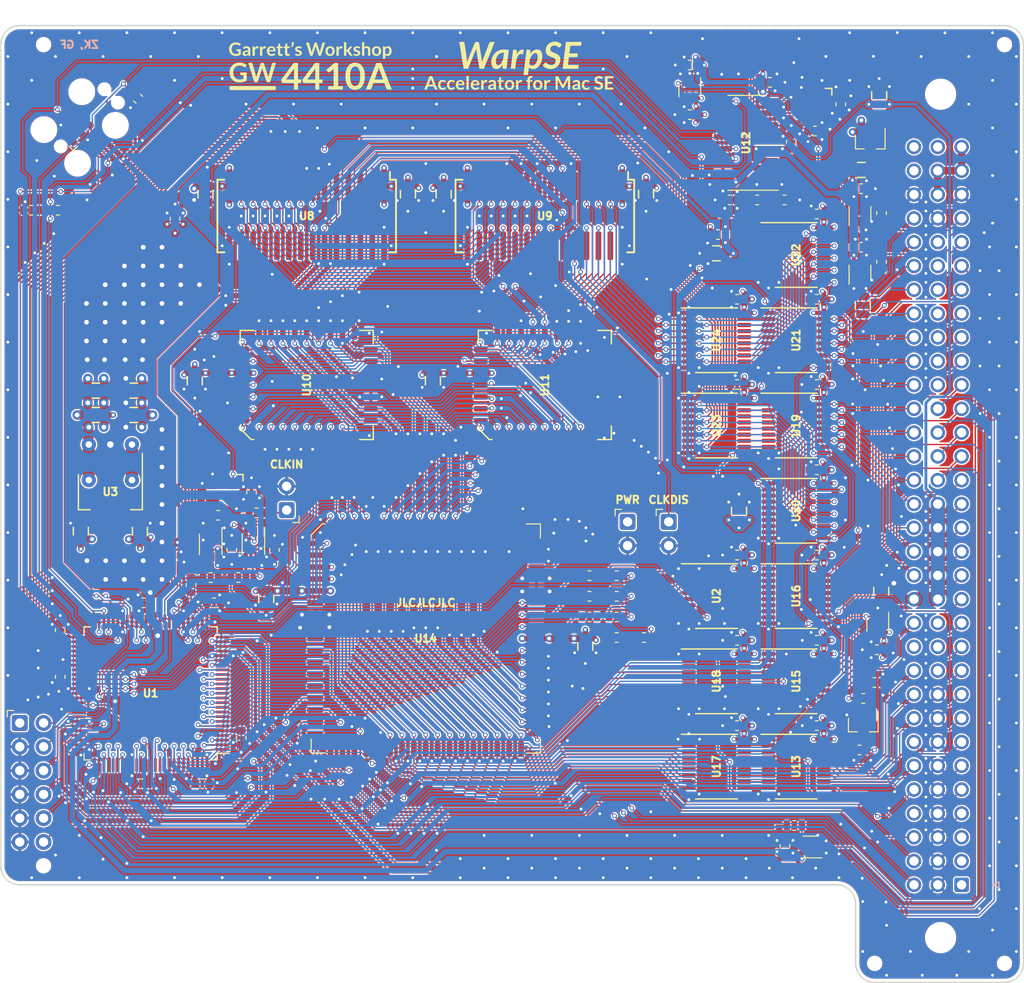
<source format=kicad_pcb>
(kicad_pcb
	(version 20240108)
	(generator "pcbnew")
	(generator_version "8.0")
	(general
		(thickness 1.6108)
		(legacy_teardrops no)
	)
	(paper "A4")
	(title_block
		(title "WarpSE (GW4410A)")
		(date "2024-04-23")
		(rev "1.0")
		(company "Garrett's Workshop")
	)
	(layers
		(0 "F.Cu" signal)
		(1 "In1.Cu" power)
		(2 "In2.Cu" power)
		(31 "B.Cu" signal)
		(32 "B.Adhes" user "B.Adhesive")
		(33 "F.Adhes" user "F.Adhesive")
		(34 "B.Paste" user)
		(35 "F.Paste" user)
		(36 "B.SilkS" user "B.Silkscreen")
		(37 "F.SilkS" user "F.Silkscreen")
		(38 "B.Mask" user)
		(39 "F.Mask" user)
		(40 "Dwgs.User" user "User.Drawings")
		(41 "Cmts.User" user "User.Comments")
		(42 "Eco1.User" user "User.Eco1")
		(43 "Eco2.User" user "User.Eco2")
		(44 "Edge.Cuts" user)
		(45 "Margin" user)
		(46 "B.CrtYd" user "B.Courtyard")
		(47 "F.CrtYd" user "F.Courtyard")
		(48 "B.Fab" user)
		(49 "F.Fab" user)
	)
	(setup
		(stackup
			(layer "F.SilkS"
				(type "Top Silk Screen")
			)
			(layer "F.Paste"
				(type "Top Solder Paste")
			)
			(layer "F.Mask"
				(type "Top Solder Mask")
				(thickness 0.01)
			)
			(layer "F.Cu"
				(type "copper")
				(thickness 0.035)
			)
			(layer "dielectric 1"
				(type "core")
				(thickness 0.2104)
				(material "FR4")
				(epsilon_r 4.6)
				(loss_tangent 0.02)
			)
			(layer "In1.Cu"
				(type "copper")
				(thickness 0.0175)
			)
			(layer "dielectric 2"
				(type "prepreg")
				(thickness 1.065)
				(material "FR4")
				(epsilon_r 4.5)
				(loss_tangent 0.02)
			)
			(layer "In2.Cu"
				(type "copper")
				(thickness 0.0175)
			)
			(layer "dielectric 3"
				(type "core")
				(thickness 0.2104)
				(material "FR4")
				(epsilon_r 4.6)
				(loss_tangent 0.02)
			)
			(layer "B.Cu"
				(type "copper")
				(thickness 0.035)
			)
			(layer "B.Mask"
				(type "Bottom Solder Mask")
				(thickness 0.01)
			)
			(layer "B.Paste"
				(type "Bottom Solder Paste")
			)
			(layer "B.SilkS"
				(type "Bottom Silk Screen")
			)
			(copper_finish "None")
			(dielectric_constraints no)
		)
		(pad_to_mask_clearance 0.0762)
		(solder_mask_min_width 0.127)
		(pad_to_paste_clearance -0.0381)
		(allow_soldermask_bridges_in_footprints no)
		(pcbplotparams
			(layerselection 0x00010fc_ffffffff)
			(plot_on_all_layers_selection 0x0000000_00000000)
			(disableapertmacros no)
			(usegerberextensions yes)
			(usegerberattributes no)
			(usegerberadvancedattributes no)
			(creategerberjobfile no)
			(dashed_line_dash_ratio 12.000000)
			(dashed_line_gap_ratio 3.000000)
			(svgprecision 6)
			(plotframeref no)
			(viasonmask no)
			(mode 1)
			(useauxorigin no)
			(hpglpennumber 1)
			(hpglpenspeed 20)
			(hpglpendiameter 15.000000)
			(pdf_front_fp_property_popups yes)
			(pdf_back_fp_property_popups yes)
			(dxfpolygonmode yes)
			(dxfimperialunits yes)
			(dxfusepcbnewfont yes)
			(psnegative no)
			(psa4output no)
			(plotreference yes)
			(plotvalue yes)
			(plotfptext yes)
			(plotinvisibletext no)
			(sketchpadsonfab no)
			(subtractmaskfromsilk yes)
			(outputformat 1)
			(mirror no)
			(drillshape 0)
			(scaleselection 1)
			(outputdirectory "gerber/")
		)
	)
	(net 0 "")
	(net 1 "GND")
	(net 2 "+5V")
	(net 3 "+3V3")
	(net 4 "-5V")
	(net 5 "+12V")
	(net 6 "-12V")
	(net 7 "USB5V")
	(net 8 "Net-(U12-XO)")
	(net 9 "Net-(U12-XI)")
	(net 10 "/Buf/MacA1")
	(net 11 "/Buf/MacA2")
	(net 12 "/Buf/MacA3")
	(net 13 "/Buf/MacA4")
	(net 14 "/Buf/MacA5")
	(net 15 "/Buf/MacA6")
	(net 16 "/Buf/MacA7")
	(net 17 "/Buf/MacA8")
	(net 18 "/Buf/MacA9")
	(net 19 "/Buf/MacA10")
	(net 20 "/Buf/MacA11")
	(net 21 "/Buf/MacA12")
	(net 22 "/Buf/MacA13")
	(net 23 "/Buf/MacA14")
	(net 24 "/Control/~{RESET}")
	(net 25 "/Buf/MacA15")
	(net 26 "/Control/Mac~{AS}")
	(net 27 "/Control/Mac~{UDS}")
	(net 28 "/Control/Mac~{LDS}")
	(net 29 "/Buf/Mac~{R}W")
	(net 30 "/Control/Mac~{DTACK}")
	(net 31 "/Buf/MacA16")
	(net 32 "/Control/Mac~{VMA}")
	(net 33 "/Control/Mac~{VPA}")
	(net 34 "/Buf/MacA17")
	(net 35 "/Buf/MacA18")
	(net 36 "/Buf/MacA19")
	(net 37 "/Buf/MacA20")
	(net 38 "/Buf/MacA21")
	(net 39 "/Buf/MacA22")
	(net 40 "/Buf/MacA23")
	(net 41 "/Control/Mac~{BERR}")
	(net 42 "/Control/~{IPL}2")
	(net 43 "/MC68k/~{IPL}1")
	(net 44 "/MC68k/~{IPL}0")
	(net 45 "unconnected-(J1A-FC2-PadA1)")
	(net 46 "unconnected-(J1A-FC1-PadA2)")
	(net 47 "unconnected-(J1A-FC0-PadA3)")
	(net 48 "unconnected-(J1B-NC-PadB10)")
	(net 49 "unconnected-(J1B-NC-PadB11)")
	(net 50 "unconnected-(J1B-~{HALT}-PadB12)")
	(net 51 "unconnected-(J1B-NC-PadB22)")
	(net 52 "unconnected-(J1B-NC-PadB23)")
	(net 53 "unconnected-(J1B-NC-PadB24)")
	(net 54 "unconnected-(J1B-NC-PadB25)")
	(net 55 "/Control/Mac~{BR}")
	(net 56 "unconnected-(J1B-NC-PadB26)")
	(net 57 "/Buf/MacD0")
	(net 58 "/Buf/MacD1")
	(net 59 "/Buf/MacD2")
	(net 60 "/Buf/MacD3")
	(net 61 "/Buf/MacD4")
	(net 62 "/Buf/MacD5")
	(net 63 "/Buf/MacD6")
	(net 64 "/Buf/MacD7")
	(net 65 "/Buf/MacD8")
	(net 66 "/Buf/MacD9")
	(net 67 "/Buf/MacD10")
	(net 68 "/Buf/MacD11")
	(net 69 "/Buf/MacD12")
	(net 70 "/Buf/MacD13")
	(net 71 "/Buf/MacD14")
	(net 72 "/Buf/MacD15")
	(net 73 "unconnected-(J1B-NC-PadB27)")
	(net 74 "/Control/TMS")
	(net 75 "/Control/TCK")
	(net 76 "unconnected-(J1B-~{EXT.DTK}-PadB28)")
	(net 77 "/Control/TDI")
	(net 78 "unconnected-(J1C-~{BGACK}-PadC4)")
	(net 79 "unconnected-(J1C-~{PMCYC}-PadC11)")
	(net 80 "unconnected-(J1C-NC-PadC31)")
	(net 81 "/Control/TDO")
	(net 82 "unconnected-(J2-Pin_6-Pad6)")
	(net 83 "unconnected-(J2-Pin_7-Pad7)")
	(net 84 "unconnected-(J2-Pin_8-Pad8)")
	(net 85 "/Buf/Aout23")
	(net 86 "Net-(J3-D-)")
	(net 87 "Net-(J3-D+)")
	(net 88 "/Clk.sch/MCLK")
	(net 89 "/Control/Acc~{VPA}")
	(net 90 "/Control/Acc~{BERR}")
	(net 91 "/Buf/Din~{OE}")
	(net 92 "/Buf/Dout~{OE}")
	(net 93 "/Buf/Aout~{OE}")
	(net 94 "/Buf/DinLE")
	(net 95 "/Buf/ADoutLE0")
	(net 96 "/Buf/ADoutLE1")
	(net 97 "/Buf/AccA5")
	(net 98 "/Buf/AccA6")
	(net 99 "/Buf/AccA7")
	(net 100 "/Buf/AccA8")
	(net 101 "/Buf/AccA9")
	(net 102 "/Control/U~{WE}")
	(net 103 "/Control/L~{WE}")
	(net 104 "/Control/~{RAS}")
	(net 105 "/Control/RA11")
	(net 106 "Net-(U6-Q)")
	(net 107 "/Buf/AccA10")
	(net 108 "/Control/RA9")
	(net 109 "/Control/RA10")
	(net 110 "/Control/RA8")
	(net 111 "/Control/RA0")
	(net 112 "/Control/RA7")
	(net 113 "/Control/RA1")
	(net 114 "/Buf/AccA11")
	(net 115 "/Control/RA6")
	(net 116 "/Control/RA2")
	(net 117 "/Control/RA5")
	(net 118 "/Control/RA3")
	(net 119 "/Control/RA4")
	(net 120 "/Buf/AccA12")
	(net 121 "/Control/~{OE}")
	(net 122 "/Control/~{CAS}")
	(net 123 "/Control/ROM~{OE}")
	(net 124 "/Control/ROM~{WE}")
	(net 125 "/Control/Acc~{UDS}")
	(net 126 "/Control/Acc~{AS}")
	(net 127 "/Control/Acc~{LDS}")
	(net 128 "/Buf/AccA13")
	(net 129 "/Control/Acc~{DTACK}")
	(net 130 "/Buf/AccA14")
	(net 131 "/Buf/AccA15")
	(net 132 "/Buf/AccA16")
	(net 133 "/Buf/AccA17")
	(net 134 "/Buf/AccA18")
	(net 135 "/Buf/AccA19")
	(net 136 "/Buf/AccA20")
	(net 137 "/Buf/AccA21")
	(net 138 "/Buf/AccA22")
	(net 139 "/Buf/AccA23")
	(net 140 "/Buf/G~{R}W")
	(net 141 "Net-(U7-Q)")
	(net 142 "/Clk.sch/FCLK")
	(net 143 "/Control/DBG5")
	(net 144 "Net-(U5-Output)")
	(net 145 "Net-(U6-CK)")
	(net 146 "/Control/Mac~{BG}")
	(net 147 "/Prog/TCKrc")
	(net 148 "/Control/DBG0")
	(net 149 "/Buf/AccD6")
	(net 150 "/Buf/AccD7")
	(net 151 "/Buf/AccD5")
	(net 152 "/Buf/AccD3")
	(net 153 "/Buf/AccD1")
	(net 154 "/Buf/AccD2")
	(net 155 "/Buf/AccD4")
	(net 156 "/Buf/AccD14")
	(net 157 "/Buf/AccD15")
	(net 158 "/Buf/AccD13")
	(net 159 "/Buf/AccD11")
	(net 160 "/Buf/AccD9")
	(net 161 "/Buf/AccD8")
	(net 162 "/Buf/AccD10")
	(net 163 "/Buf/AccD12")
	(net 164 "/Buf/AccA1")
	(net 165 "/Buf/AccA2")
	(net 166 "/Buf/AccA3")
	(net 167 "/Control/DBG1")
	(net 168 "/Control/DBG4")
	(net 169 "Net-(U16-D7)")
	(net 170 "Net-(U16-D6)")
	(net 171 "Net-(U16-D5)")
	(net 172 "/Buf/AccA4")
	(net 173 "Net-(U16-D4)")
	(net 174 "Net-(U16-D3)")
	(net 175 "Net-(U16-D2)")
	(net 176 "Net-(U16-D1)")
	(net 177 "Net-(U16-D0)")
	(net 178 "Net-(U6-D)")
	(net 179 "/Buf/AccD0")
	(net 180 "Net-(U13-D0)")
	(net 181 "Net-(U13-D1)")
	(net 182 "Net-(U13-D2)")
	(net 183 "Net-(U13-D3)")
	(net 184 "Net-(U13-D4)")
	(net 185 "Net-(U13-D5)")
	(net 186 "Net-(U13-D6)")
	(net 187 "Net-(U13-D7)")
	(net 188 "unconnected-(U14-BG-Pad11)")
	(net 189 "unconnected-(U14-NC-Pad18)")
	(net 190 "unconnected-(U14-VMA-Pad21)")
	(net 191 "unconnected-(U14-E-Pad22)")
	(net 192 "unconnected-(U14-FC2-Pad28)")
	(net 193 "unconnected-(U14-FC1-Pad29)")
	(net 194 "unconnected-(U14-FC0-Pad30)")
	(net 195 "unconnected-(U14-NC-Pad31)")
	(net 196 "Net-(U15-D0)")
	(net 197 "Net-(U15-D1)")
	(net 198 "Net-(U15-D2)")
	(net 199 "Net-(U15-D3)")
	(net 200 "Net-(U15-D4)")
	(net 201 "Net-(U15-D5)")
	(net 202 "Net-(U15-D6)")
	(net 203 "Net-(U15-D7)")
	(net 204 "Net-(U19-D0)")
	(net 205 "/Prog/UTCK")
	(net 206 "Net-(U19-D1)")
	(net 207 "/Buf/Aout22")
	(net 208 "Net-(U19-D2)")
	(net 209 "Net-(U19-D3)")
	(net 210 "Net-(U19-D4)")
	(net 211 "Net-(U19-D5)")
	(net 212 "Net-(U19-D6)")
	(net 213 "Net-(U19-D7)")
	(net 214 "Net-(U21-D0)")
	(net 215 "Net-(U21-D1)")
	(net 216 "Net-(U21-D2)")
	(net 217 "Net-(U21-D3)")
	(net 218 "Net-(U21-D4)")
	(net 219 "Net-(U21-D5)")
	(net 220 "Net-(U21-D6)")
	(net 221 "Net-(U21-D7)")
	(net 222 "/Clk.sch/MCKE")
	(net 223 "/Buf/GA23")
	(net 224 "/Buf/GA22")
	(net 225 "/ClkBuf/E")
	(net 226 "/ClkBuf/BE")
	(net 227 "/ClkBuf/C8M")
	(net 228 "/ClkBuf/BC8M")
	(net 229 "/ClkBuf/C16M")
	(net 230 "/ClkBuf/BC16M")
	(net 231 "Net-(U28-Y)")
	(net 232 "Net-(U27-Y)")
	(net 233 "Net-(U26-Y)")
	(net 234 "unconnected-(J3-ID-Pad4)")
	(net 235 "Net-(Q1-C)")
	(net 236 "Net-(Q1-B)")
	(net 237 "Net-(J5-Pin_1)")
	(net 238 "unconnected-(U6-~{Q}-Pad3)")
	(net 239 "/Clk.sch/CLKEN")
	(net 240 "+5Vin")
	(net 241 "unconnected-(U4-NC-Pad4)")
	(net 242 "unconnected-(U4-ST-Pad5)")
	(net 243 "unconnected-(U25-NC-Pad4)")
	(net 244 "unconnected-(U25-ST-Pad5)")
	(net 245 "/Control/AccR~{W}")
	(net 246 "/Buf/Aout21")
	(net 247 "/Buf/Aout20")
	(net 248 "/Buf/GA21")
	(net 249 "/Buf/GA20")
	(net 250 "Net-(Q2-B)")
	(footprint "stdpads:C_0805" (layer "F.Cu") (at 113.4 76.8))
	(footprint "stdpads:C_0805" (layer "F.Cu") (at 117.45 76.8))
	(footprint "stdpads:C_0805" (layer "F.Cu") (at 117.45 79.4))
	(footprint "stdpads:C_0805" (layer "F.Cu") (at 113.4 79.4))
	(footprint "stdpads:TQFP-100_14x14mm_P0.5mm" (layer "F.Cu") (at 119.25 109.1 90))
	(footprint "stdpads:SOJ-28_300mil" (layer "F.Cu") (at 161.29 58.166 -90))
	(footprint "stdpads:DIN41612_R_3x32_Male_Vertical_THT" (layer "F.Cu") (at 205.74 129.54 180))
	(footprint "stdpads:C_0603" (layer "F.Cu") (at 126 99.45))
	(footprint "stdpads:TSSOP-20_4.4x6.5mm_P0.65mm" (layer "F.Cu") (at 179.6 98.725 -90))
	(footprint "stdpads:C_0603" (layer "F.Cu") (at 181.8 94.35 180))
	(footprint "stdpads:C_0603" (layer "F.Cu") (at 190.3 57.95 180))
	(footprint "stdpads:C_0603" (layer "F.Cu") (at 190.3 94.35 180))
	(footprint "stdpads:C_0603" (layer "F.Cu") (at 190.3 85.25 180))
	(footprint "stdpads:C_0603" (layer "F.Cu") (at 181.8 112.55 180))
	(footprint "stdpads:C_0603" (layer "F.Cu") (at 190.3 112.55 180))
	(footprint "stdpads:C_0603" (layer "F.Cu") (at 190.3 67.05 180))
	(footprint "stdpads:C_0603" (layer "F.Cu") (at 181.8 67.05 180))
	(footprint "stdpads:C_0603" (layer "F.Cu") (at 181.8 76.15 180))
	(footprint "stdpads:C_0603" (layer "F.Cu") (at 181.8 103.45 180))
	(footprint "stdpads:C_0603" (layer "F.Cu") (at 190.3 103.45 180))
	(footprint "stdpads:C_0805" (layer "F.Cu") (at 197.1675 98.21 90))
	(footprint "stdpads:C_0805" (layer "F.Cu") (at 131.572 99.021 -90))
	(footprint "stdpads:C_0805" (layer "F.Cu") (at 165.608 104.101 -90))
	(footprint "stdpads:TSSOP-20_4.4x6.5mm_P0.65mm" (layer "F.Cu") (at 179.6 71.425 -90))
	(footprint "stdpads:TSSOP-20_4.4x6.5mm_P0.65mm" (layer "F.Cu") (at 179.6 80.525 -90))
	(footprint "stdpads:TSSOP-20_4.4x6.5mm_P0.65mm"
		(layer "F.Cu")
		(uuid "00000000-0000-0000-0000-000061aa2cab")
		(at 188.1 62.325 -90)
		(descr "20-Lead Plastic Thin Shrink Small Outline (ST)-4.4 mm Body [TSSOP] (see Microchip Packaging Specification 00000049BS.pdf)")
		(tags "SSOP 0.65")
		(property "Reference" "U22"
			(at 0 0 90)
			(layer "F.Fab")
			(uuid "a9ad1c02-93c5-4bc7-9cfb-3f8f51861932")
			(effects
				(font
					(size 0.8128 0.8128)
					(thickness 0.2032)
				)
			)
		)
		(property "Value" "74AHCT573PW"
			(at 0 1.016 90)
			(layer "F.Fab")
			(uuid "535b12d4-5fc1-4337-b714-c5e84fa1429a")
			(effects
				(font
					(size 0.508 0.508)
					(thickness 0.127)
				)
			)
		)
		(property "Footprint" "stdpads:TSSOP-20_4.4x6.5mm_P0.65mm"
			(at 0 0 -90)
			(layer "F.Fab")
			(hide yes)
			(uuid "33555f2f-0d36-4df5-a108-43fb527f9e57")
			(effects
				(font
					(size 1.27 1.27)
					(thickness 0.15)
				)
			)
		)
		(property "Datasheet" ""
			(at 0 0 -90)
			(layer "F.Fab")
			(hide yes)
			(uuid "9d836246-1c97-4f4a-acd5-48c2d13c7300")
			(effects
				(font
					(size 1.27 1.27)
					(thickness 0.15)
				)
			)
		)
		(property "Description" ""
			(at 0 0 -
... [5127637 chars truncated]
</source>
